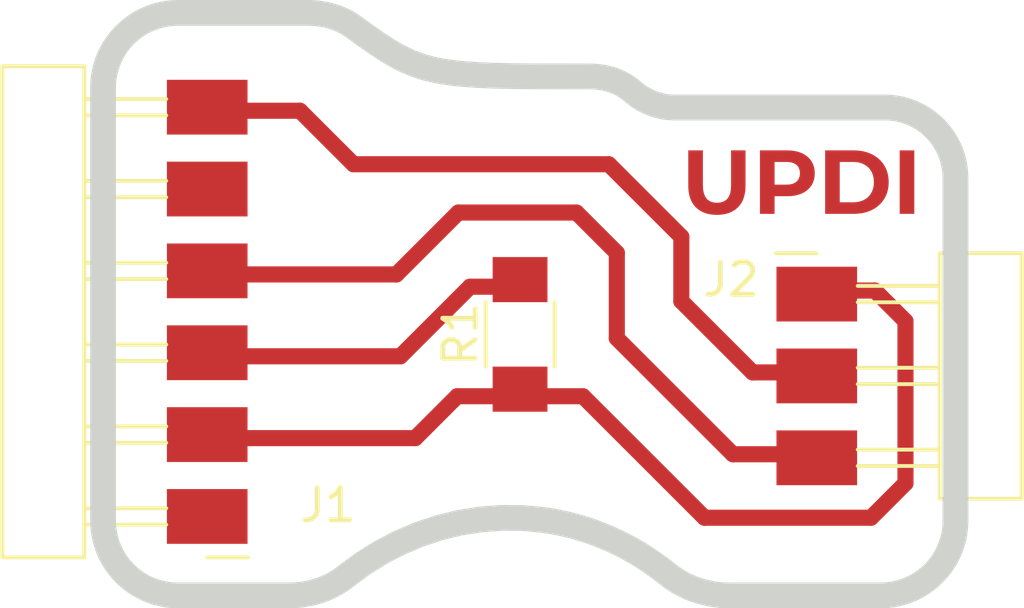
<source format=kicad_pcb>
(kicad_pcb (version 20240108) (generator "pcbnew") (generator_version "8.0")
  (layers (0 "F.Cu" signal) (31 "B.Cu" signal) (34 "B.Paste" user) (35 "F.Paste" user) (36 "B.SilkS" user "B.Silkscreen") (37 "F.SilkS" user "F.Silkscreen") (38 "B.Mask" user) (39 "F.Mask" user) (44 "Edge.Cuts" user))
  (net 0 "")
  (net 3 "Net-(J1-Pin_3)")
  (net 4 "Net-(J1-Pin_4)")
  (net 5 "Net-(J1-Pin_6)")
  (net 6 "Net-(J1-Pin_2)")
  (footprint "fab:PinHeader_1x06_P2.54mm_Horizontal_SMD" (layer "F.Cu") (at 110.8 117.35 180)
    (property "Reference" "J1" (at -4.7 0.35 180) (layer "F.SilkS") (effects (justify right)))
    (property "Value" "Conn_PinHeader_1x06_P2.54mm_Horizontal_SMD" (hide yes))
    (fp_line (start 6.35 13.97) (end 3.81 13.97) (stroke (width 0.12)) (layer "F.SilkS"))
    (fp_line (start 6.35 -1.27) (end 6.35 13.97) (stroke (width 0.12)) (layer "F.SilkS"))
    (fp_line (start 3.81 13.97) (end 3.81 -1.27) (stroke (width 0.12)) (layer "F.SilkS"))
    (fp_line (start 3.81 12.954) (end 1.27 12.954) (stroke (width 0.12)) (layer "F.SilkS"))
    (fp_line (start 3.81 12.446) (end 1.27 12.446) (stroke (width 0.12)) (layer "F.SilkS"))
    (fp_line (start 3.81 10.414) (end 1.27 10.414) (stroke (width 0.12)) (layer "F.SilkS"))
    (fp_line (start 3.81 9.906) (end 1.27 9.906) (stroke (width 0.12)) (layer "F.SilkS"))
    (fp_line (start 3.81 7.874) (end 1.27 7.874) (stroke (width 0.12)) (layer "F.SilkS"))
    (fp_line (start 3.81 7.366) (end 1.27 7.366) (stroke (width 0.12)) (layer "F.SilkS"))
    (fp_line (start 3.81 5.334) (end 1.27 5.334) (stroke (width 0.12)) (layer "F.SilkS"))
    (fp_line (start 3.81 4.826) (end 1.27 4.826) (stroke (width 0.12)) (layer "F.SilkS"))
    (fp_line (start 3.81 2.794) (end 1.27 2.794) (stroke (width 0.12)) (layer "F.SilkS"))
    (fp_line (start 3.81 2.286) (end 1.27 2.286) (stroke (width 0.12)) (layer "F.SilkS"))
    (fp_line (start 3.81 0.254) (end 1.27 0.254) (stroke (width 0.12)) (layer "F.SilkS"))
    (fp_line (start 3.81 -0.254) (end 1.27 -0.254) (stroke (width 0.12)) (layer "F.SilkS"))
    (fp_line (start 3.81 -1.27) (end 6.35 -1.27) (stroke (width 0.12)) (layer "F.SilkS"))
    (fp_line (start -1.27 -1.27) (end 0 -1.27) (stroke (width 0.12)) (layer "F.SilkS"))
    (pad "1" smd rect (at 0 0 180) (size 2.5 1.7) (layers "F.Cu" "F.Paste" "F.Mask"))
    (pad "2" smd rect (at 0 2.54 180) (size 2.5 1.7) (layers "F.Cu" "F.Paste" "F.Mask") (net 6 "Net-(J1-Pin_2)"))
    (pad "3" smd rect (at 0 5.08 180) (size 2.5 1.7) (layers "F.Cu" "F.Paste" "F.Mask") (net 3 "Net-(J1-Pin_3)"))
    (pad "4" smd rect (at 0 7.62 180) (size 2.5 1.7) (layers "F.Cu" "F.Paste" "F.Mask") (net 4 "Net-(J1-Pin_4)"))
    (pad "5" smd rect (at 0 10.16 180) (size 2.5 1.7) (layers "F.Cu" "F.Paste" "F.Mask"))
    (pad "6" smd rect (at 0 12.7 180) (size 2.5 1.7) (layers "F.Cu" "F.Paste" "F.Mask") (net 5 "Net-(J1-Pin_6)"))
  )
  (footprint "fab:R_1206" (layer "F.Cu") (at 120.5 111.7 90)
    (property "Reference" "R1" (at 0 -1.85 -90) (layer "F.SilkS"))
    (property "Value" "R_1206")
    (fp_line (start -1 -1.07) (end 1 -1.07) (stroke (width 0.12)) (layer "F.SilkS"))
    (fp_line (start 1 1.07) (end -1 1.07) (stroke (width 0.12)) (layer "F.SilkS"))
    (pad "1" smd rect (at -1.7 0 90) (size 1.4 1.7) (layers "F.Cu" "F.Paste" "F.Mask") (net 6 "Net-(J1-Pin_2)"))
    (pad "2" smd rect (at 1.7 0 90) (size 1.4 1.7) (layers "F.Cu" "F.Paste" "F.Mask") (net 3 "Net-(J1-Pin_3)"))
  )
  (footprint "fab:PinHeader_1x03_P2.54mm_Horizontal_SMD" (layer "F.Cu") (at 129.7 110.45)
    (property "Reference" "J2" (at -1.7 -0.45 0) (layer "F.SilkS") (effects (justify right)))
    (property "Value" "Conn_PinHeader_1x03_P2.54mm_Horizontal_SMD" (hide yes))
    (fp_line (start -1.27 -1.27) (end 0 -1.27) (stroke (width 0.12)) (layer "F.SilkS"))
    (fp_line (start 3.81 -1.27) (end 6.35 -1.27) (stroke (width 0.12)) (layer "F.SilkS"))
    (fp_line (start 3.81 -0.254) (end 1.27 -0.254) (stroke (width 0.12)) (layer "F.SilkS"))
    (fp_line (start 3.81 0.254) (end 1.27 0.254) (stroke (width 0.12)) (layer "F.SilkS"))
    (fp_line (start 3.81 2.286) (end 1.27 2.286) (stroke (width 0.12)) (layer "F.SilkS"))
    (fp_line (start 3.81 2.794) (end 1.27 2.794) (stroke (width 0.12)) (layer "F.SilkS"))
    (fp_line (start 3.81 4.826) (end 1.27 4.826) (stroke (width 0.12)) (layer "F.SilkS"))
    (fp_line (start 3.81 5.334) (end 1.27 5.334) (stroke (width 0.12)) (layer "F.SilkS"))
    (fp_line (start 3.81 6.35) (end 3.81 -1.27) (stroke (width 0.12)) (layer "F.SilkS"))
    (fp_line (start 6.35 -1.27) (end 6.35 6.35) (stroke (width 0.12)) (layer "F.SilkS"))
    (fp_line (start 6.35 6.35) (end 3.81 6.35) (stroke (width 0.12)) (layer "F.SilkS"))
    (pad "1" smd rect (at 0 0) (size 2.5 1.7) (layers "F.Cu" "F.Paste" "F.Mask") (net 6 "Net-(J1-Pin_2)"))
    (pad "2" smd rect (at 0 2.54) (size 2.5 1.7) (layers "F.Cu" "F.Paste" "F.Mask") (net 5 "Net-(J1-Pin_6)"))
    (pad "3" smd rect (at 0 5.08) (size 2.5 1.7) (layers "F.Cu" "F.Paste" "F.Mask") (net 4 "Net-(J1-Pin_4)"))
  )
  (gr_poly (pts (xy 126.169225 107.083656) (xy 126.176048 107.208449) (xy 126.196519 107.316603) (xy 126.241298 107.428396) (xy 126.307401 107.514191) (xy 126.394828 107.573988) (xy 126.503578 107.607786) (xy 126.605931 107.616106) (xy 126.706101 107.608046) (xy 126.803684 107.57971) (xy 126.893348 107.524297) (xy 126.930774 107.487145) (xy 126.984849 107.403091) (xy 127.018058 107.309042) (xy 127.035646 107.211823) (xy 127.042528 107.100672) (xy 127.042637 107.083656) (xy 127.042637 105.990425) (xy 127.490579 105.990425) (xy 127.490579 107.09196) (xy 127.486923 107.197046) (xy 127.475955 107.295903) (xy 127.451962 107.410716) (xy 127.416544 107.515798) (xy 127.369702 107.611148) (xy 127.311434 107.696767) (xy 127.256594 107.758255) (xy 127.179071 107.825381) (xy 127.092436 107.88113) (xy 126.99669 107.925502) (xy 126.891833 107.958496) (xy 126.777864 107.980113) (xy 126.680128 107.989215) (xy 126.603 107.991263) (xy 126.500998 107.987622) (xy 126.381653 107.972831) (xy 126.271372 107.946663) (xy 126.170154 107.909118) (xy 126.078 107.860196) (xy 125.99491 107.799896) (xy 125.949406 107.758255) (xy 125.881999 107.680422) (xy 125.826016 107.592857) (xy 125.781458 107.49556) (xy 125.748326 107.388532) (xy 125.726618 107.271773) (xy 125.717478 107.171358) (xy 125.715422 107.09196) (xy 125.715422 105.990425) (xy 126.169225 105.990425)) (fill solid) (layer "F.Cu"))
  (gr_poly (pts (xy 130.947275 105.993419) (xy 131.059932 106.004913) (xy 131.167369 106.025029) (xy 131.269584 106.053766) (xy 131.366579 106.091123) (xy 131.413119 106.113035) (xy 131.501229 106.162351) (xy 131.581646 106.218708) (xy 131.665742 106.293357) (xy 131.739366 106.37759) (xy 131.794138 106.457418) (xy 131.847052 106.558163) (xy 131.882062 106.650097) (xy 131.907525 106.747184) (xy 131.923438 106.849423) (xy 131.929804 106.956813) (xy 131.929937 106.975212) (xy 131.925163 107.083462) (xy 131.91084 107.186559) (xy 131.886969 107.284504) (xy 131.85355 107.377297) (xy 131.802492 107.479044) (xy 131.794138 107.493007) (xy 131.72949 107.585478) (xy 131.65437 107.668412) (xy 131.568778 107.741809) (xy 131.487079 107.79713) (xy 131.413119 107.837878) (xy 131.318734 107.87938) (xy 131.219129 107.912296) (xy 131.114303 107.936625) (xy 131.004256 107.952367) (xy 130.888989 107.959522) (xy 130.849406 107.96) (xy 129.958897 107.96) (xy 129.958897 106.349462) (xy 130.412212 106.349462) (xy 130.412212 107.600963) (xy 130.826936 107.600963) (xy 130.933021 107.595038) (xy 131.030726 107.577263) (xy 131.134123 107.54155) (xy 131.226113 107.489708) (xy 131.295882 107.432435) (xy 131.364023 107.352787) (xy 131.415428 107.261732) (xy 131.450096 107.15927) (xy 131.466491 107.062367) (xy 131.47076 106.975212) (xy 131.464612 106.871342) (xy 131.441898 106.760796) (xy 131.402448 106.661704) (xy 131.346262 106.574065) (xy 131.295882 106.518478) (xy 131.21367 106.452621) (xy 131.12005 106.40294) (xy 131.015024 106.369434) (xy 130.915922 106.353589) (xy 130.826936 106.349462) (xy 130.412212 106.349462) (xy 129.958897 106.349462) (xy 129.958897 105.990425) (xy 130.849406 105.990425)) (fill solid) (layer "F.Cu"))
  (gr_poly (pts (xy 128.897633 105.994586) (xy 129.001654 106.007068) (xy 129.099083 106.027872) (xy 129.20236 106.061837) (xy 129.238869 106.077376) (xy 129.32933 106.12543) (xy 129.40874 106.182644) (xy 129.484865 106.257958) (xy 129.534403 106.324549) (xy 129.584463 106.419037) (xy 129.61814 106.522798) (xy 129.634321 106.622816) (xy 129.637962 106.702637) (xy 129.631489 106.807204) (xy 129.612072 106.904993) (xy 129.574754 107.006903) (xy 129.534403 107.080237) (xy 129.469157 107.164923) (xy 129.389924 107.23763) (xy 129.307751 107.292203) (xy 129.238869 107.326922) (xy 129.138821 107.364322) (xy 129.030163 107.391036) (xy 128.928026 107.405645) (xy 128.819296 107.412073) (xy 128.78702 107.412407) (xy 128.391835 107.412407) (xy 128.391835 107.96) (xy 127.93852 107.96) (xy 127.93852 106.349462) (xy 128.391835 106.349462) (xy 128.391835 107.05337) (xy 128.761618 107.05337) (xy 128.868746 107.046144) (xy 128.969649 107.021167) (xy 129.058603 106.973085) (xy 129.072295 106.962023) (xy 129.137188 106.882728) (xy 129.17213 106.781864) (xy 129.178785 106.702637) (xy 129.168386 106.603814) (xy 129.128452 106.505629) (xy 129.072295 106.440809) (xy 128.987539 106.388802) (xy 128.890453 106.360256) (xy 128.78676 106.349819) (xy 128.761618 106.349462) (xy 128.391835 106.349462) (xy 127.93852 106.349462) (xy 127.93852 105.990425) (xy 128.78702 105.990425)) (fill solid) (layer "F.Cu"))
  (gr_poly (pts (xy 132.723726 107.96) (xy 132.270411 107.96) (xy 132.270411 105.990425) (xy 132.723726 105.990425)) (fill solid) (layer "F.Cu"))
  (gr_poly (pts (xy 114.018791 101.7253) (xy 114.113821 101.730215) (xy 114.20839 101.73844) (xy 114.302375 101.750002) (xy 114.395655 101.764928) (xy 114.488108 101.783245) (xy 114.579611 101.804981) (xy 114.670042 101.830162) (xy 114.75928 101.858816) (xy 114.847201 101.89097) (xy 114.933685 101.92665) (xy 115.018609 101.965885) (xy 115.101851 102.008701) (xy 115.183288 102.055125) (xy 115.262799 102.105185) (xy 115.340262 102.158907) (xy 115.715528 102.431024) (xy 116.056081 102.668971) (xy 116.371701 102.87504) (xy 116.523218 102.966837) (xy 116.67217 103.051524) (xy 116.819778 103.129388) (xy 116.967266 103.200715) (xy 117.115857 103.265792) (xy 117.266772 103.324906) (xy 117.421234 103.378342) (xy 117.580466 103.426388) (xy 117.74569 103.46933) (xy 117.91813 103.507455) (xy 118.099006 103.541049) (xy 118.289543 103.570399) (xy 118.490963 103.595792) (xy 118.704487 103.617513) (xy 119.172742 103.651089) (xy 119.704088 103.673419) (xy 120.308305 103.686797) (xy 120.995175 103.693514) (xy 122.655991 103.696136) (xy 122.749513 103.697882) (xy 122.842466 103.703154) (xy 122.934713 103.712007) (xy 123.026119 103.724496) (xy 123.116548 103.740675) (xy 123.205865 103.760597) (xy 123.293934 103.784318) (xy 123.380619 103.811891) (xy 123.465785 103.843371) (xy 123.549296 103.878812) (xy 123.631016 103.918268) (xy 123.71081 103.961794) (xy 123.788542 104.009444) (xy 123.864077 104.061271) (xy 123.937279 104.117331) (xy 124.008011 104.177677) (xy 124.075163 104.233446) (xy 124.144566 104.286108) (xy 124.216086 104.335595) (xy 124.289586 104.381841) (xy 124.364931 104.424777) (xy 124.441985 104.464335) (xy 124.520613 104.500447) (xy 124.600678 104.533046) (xy 124.682046 104.562064) (xy 124.76458 104.587433) (xy 124.848146 104.609085) (xy 124.932606 104.626952) (xy 125.017826 104.640967) (xy 125.10367 104.651062) (xy 125.190002 104.657169) (xy 125.276687 104.659219) (xy 131.805285 104.659219) (xy 131.918313 104.662072) (xy 132.029847 104.670539) (xy 132.13975 104.684483) (xy 132.247885 104.703767) (xy 132.354113 104.728253) (xy 132.458299 104.757803) (xy 132.560303 104.792281) (xy 132.65999 104.83155) (xy 132.757222 104.875471) (xy 132.851861 104.923907) (xy 132.94377 104.976722) (xy 133.032812 105.033778) (xy 133.118849 105.094937) (xy 133.201744 105.160062) (xy 133.28136 105.229015) (xy 133.357559 105.301661) (xy 133.430204 105.37786) (xy 133.499158 105.457476) (xy 133.564283 105.540371) (xy 133.625442 105.626408) (xy 133.682497 105.71545) (xy 133.735312 105.807359) (xy 133.783748 105.901999) (xy 133.827669 105.99923) (xy 133.866938 106.098918) (xy 133.901416 106.200923) (xy 133.930966 106.305108) (xy 133.955452 106.411337) (xy 133.974736 106.519472) (xy 133.98868 106.629375) (xy 133.997147 106.74091) (xy 134 106.853938) (xy 134 117.475635) (xy 133.996985 117.595553) (xy 133.988038 117.713862) (xy 133.973301 117.830418) (xy 133.95292 117.945076) (xy 133.927038 118.057693) (xy 133.8958 118.168124) (xy 133.859349 118.276226) (xy 133.81783 118.381853) (xy 133.771387 118.484863) (xy 133.720164 118.58511) (xy 133.664305 118.682451) (xy 133.603954 118.776742) (xy 133.539256 118.867837) (xy 133.470355 118.955595) (xy 133.397394 119.039869) (xy 133.320518 119.120517) (xy 133.23987 119.197393) (xy 133.155596 119.270354) (xy 133.067839 119.339256) (xy 132.976743 119.403954) (xy 132.882453 119.464305) (xy 132.785113 119.520164) (xy 132.684866 119.571387) (xy 132.581857 119.61783) (xy 132.47623 119.659349) (xy 132.368129 119.6958) (xy 132.257698 119.727039) (xy 132.145081 119.75292) (xy 132.030424 119.773302) (xy 131.913868 119.788038) (xy 131.79556 119.796986) (xy 131.675642 119.8) (xy 126.999129 119.8) (xy 126.870677 119.797502) (xy 126.742442 119.789998) (xy 126.614641 119.777475) (xy 126.48749 119.75992) (xy 126.361208 119.737318) (xy 126.236012 119.709657) (xy 126.112117 119.676922) (xy 125.989742 119.6391) (xy 125.869103 119.596178) (xy 125.750417 119.548142) (xy 125.633902 119.494978) (xy 125.519774 119.436673) (xy 125.408251 119.373213) (xy 125.29955 119.304585) (xy 125.193888 119.230776) (xy 125.091481 119.15177) (xy 124.790296 118.920015) (xy 124.484313 118.705559) (xy 124.173941 118.508179) (xy 123.859592 118.327648) (xy 123.541675 118.163741) (xy 123.2206 118.016233) (xy 122.896779 117.884897) (xy 122.570621 117.769509) (xy 122.242537 117.669843) (xy 121.912937 117.585673) (xy 121.582232 117.516774) (xy 121.250831 117.462921) (xy 120.587586 117.399447) (xy 119.926483 117.393449) (xy 119.270807 117.443122) (xy 118.62384 117.546662) (xy 117.988864 117.702265) (xy 117.369162 117.908126) (xy 116.768017 118.162442) (xy 116.188712 118.463407) (xy 115.63453 118.809219) (xy 115.108753 119.198073) (xy 115.013397 119.27198) (xy 114.914989 119.340922) (xy 114.813733 119.404927) (xy 114.709831 119.464021) (xy 114.603488 119.518231) (xy 114.494907 119.567585) (xy 114.384291 119.61211) (xy 114.271843 119.651834) (xy 114.157768 119.686782) (xy 114.042269 119.716982) (xy 113.925548 119.742462) (xy 113.80781 119.763248) (xy 113.689258 119.779368) (xy 113.570095 119.790848) (xy 113.450526 119.797717) (xy 113.330752 119.8) (xy 109.895138 119.8) (xy 109.77522 119.796986) (xy 109.656911 119.788038) (xy 109.540355 119.773302) (xy 109.425697 119.75292) (xy 109.31308 119.727039) (xy 109.202649 119.6958) (xy 109.094548 119.65935) (xy 108.988921 119.617831) (xy 108.885911 119.571387) (xy 108.785664 119.520164) (xy 108.688323 119.464305) (xy 108.594033 119.403955) (xy 108.502937 119.339256) (xy 108.41518 119.270355) (xy 108.330906 119.197393) (xy 108.250258 119.120517) (xy 108.173382 119.03987) (xy 108.100421 118.955595) (xy 108.031519 118.867838) (xy 107.966821 118.776742) (xy 107.90647 118.682452) (xy 107.850611 118.585111) (xy 107.799388 118.484863) (xy 107.752945 118.381854) (xy 107.711426 118.276226) (xy 107.674975 118.168125) (xy 107.643737 118.057694) (xy 107.617855 117.945077) (xy 107.597474 117.830418) (xy 107.582737 117.713862) (xy 107.57379 117.595553) (xy 107.570775 117.475635) (xy 107.570775 104.048032) (xy 107.57379 103.928928) (xy 107.582737 103.81133) (xy 107.597474 103.695387) (xy 107.617855 103.581249) (xy 107.643737 103.469063) (xy 107.674975 103.358981) (xy 107.711426 103.25115) (xy 107.752945 103.14572) (xy 107.799388 103.04284) (xy 107.850611 102.94266) (xy 107.90647 102.845328) (xy 107.966821 102.750995) (xy 108.031519 102.659808) (xy 108.100421 102.571918) (xy 108.173382 102.487473) (xy 108.250258 102.406623) (xy 108.330906 102.329517) (xy 108.41518 102.256304) (xy 108.502937 102.187133) (xy 108.594033 102.122155) (xy 108.688323 102.061516) (xy 108.785664 102.005368) (xy 108.885911 101.95386) (xy 108.988921 101.907139) (xy 109.094548 101.865357) (xy 109.202649 101.828661) (xy 109.31308 101.797201) (xy 109.425697 101.771127) (xy 109.540355 101.750587) (xy 109.656911 101.735731) (xy 109.77522 101.726708) (xy 109.895138 101.723667) (xy 113.923423 101.723667)) (stroke (width 0.8)) (fill none) (layer "Edge.Cuts"))
  (segment (start 110.75 112.38) (end 116.79 112.38) (width 0.5) (layer "F.Cu") (net 3))
  (segment (start 118.95 110.22) (end 120.75 110.22) (width 0.5) (layer "F.Cu") (net 3))
  (segment (start 116.79 112.38) (end 118.95 110.22) (width 0.5) (layer "F.Cu") (net 3))
  (segment (start 116.665 109.84) (end 110.75 109.84) (width 0.5) (layer "F.Cu") (net 4))
  (segment (start 122.25 107.92) (end 118.585 107.92) (width 0.5) (layer "F.Cu") (net 4))
  (segment (start 129.75 115.42) (end 127.1 115.42) (width 0.5) (layer "F.Cu") (net 4))
  (segment (start 123.5 109.17) (end 122.25 107.92) (width 0.5) (layer "F.Cu") (net 4))
  (segment (start 118.585 107.92) (end 116.665 109.84) (width 0.5) (layer "F.Cu") (net 4))
  (segment (start 127.1 115.42) (end 123.5 111.82) (width 0.5) (layer "F.Cu") (net 4))
  (segment (start 123.5 111.82) (end 123.5 109.17) (width 0.5) (layer "F.Cu") (net 4))
  (segment (start 125.5 108.67) (end 123.25 106.42) (width 0.5) (layer "F.Cu") (net 5))
  (segment (start 123.25 106.42) (end 115.335 106.42) (width 0.5) (layer "F.Cu") (net 5))
  (segment (start 113.675 104.76) (end 110.75 104.76) (width 0.5) (layer "F.Cu") (net 5))
  (segment (start 129.75 112.88) (end 127.71 112.88) (width 0.5) (layer "F.Cu") (net 5))
  (segment (start 127.71 112.88) (end 125.5 110.67) (width 0.5) (layer "F.Cu") (net 5))
  (segment (start 125.5 110.67) (end 125.5 108.67) (width 0.5) (layer "F.Cu") (net 5))
  (segment (start 115.335 106.42) (end 113.675 104.76) (width 0.5) (layer "F.Cu") (net 5))
  (segment (start 132.45 111.29) (end 132.45 116.32) (width 0.5) (layer "F.Cu") (net 6))
  (segment (start 132.45 116.32) (end 131.38 117.39) (width 0.5) (layer "F.Cu") (net 6))
  (segment (start 120.75 113.62) (end 118.55 113.62) (width 0.5) (layer "F.Cu") (net 6))
  (segment (start 126.22 117.39) (end 122.45 113.62) (width 0.5) (layer "F.Cu") (net 6))
  (segment (start 117.25 114.92) (end 110.75 114.92) (width 0.5) (layer "F.Cu") (net 6))
  (segment (start 118.55 113.62) (end 117.25 114.92) (width 0.5) (layer "F.Cu") (net 6))
  (segment (start 129.75 110.34) (end 131.5 110.34) (width 0.5) (layer "F.Cu") (net 6))
  (segment (start 131.38 117.39) (end 126.22 117.39) (width 0.5) (layer "F.Cu") (net 6))
  (segment (start 122.45 113.62) (end 120.75 113.62) (width 0.5) (layer "F.Cu") (net 6))
  (segment (start 131.5 110.34) (end 132.45 111.29) (width 0.5) (layer "F.Cu") (net 6))
)
</source>
